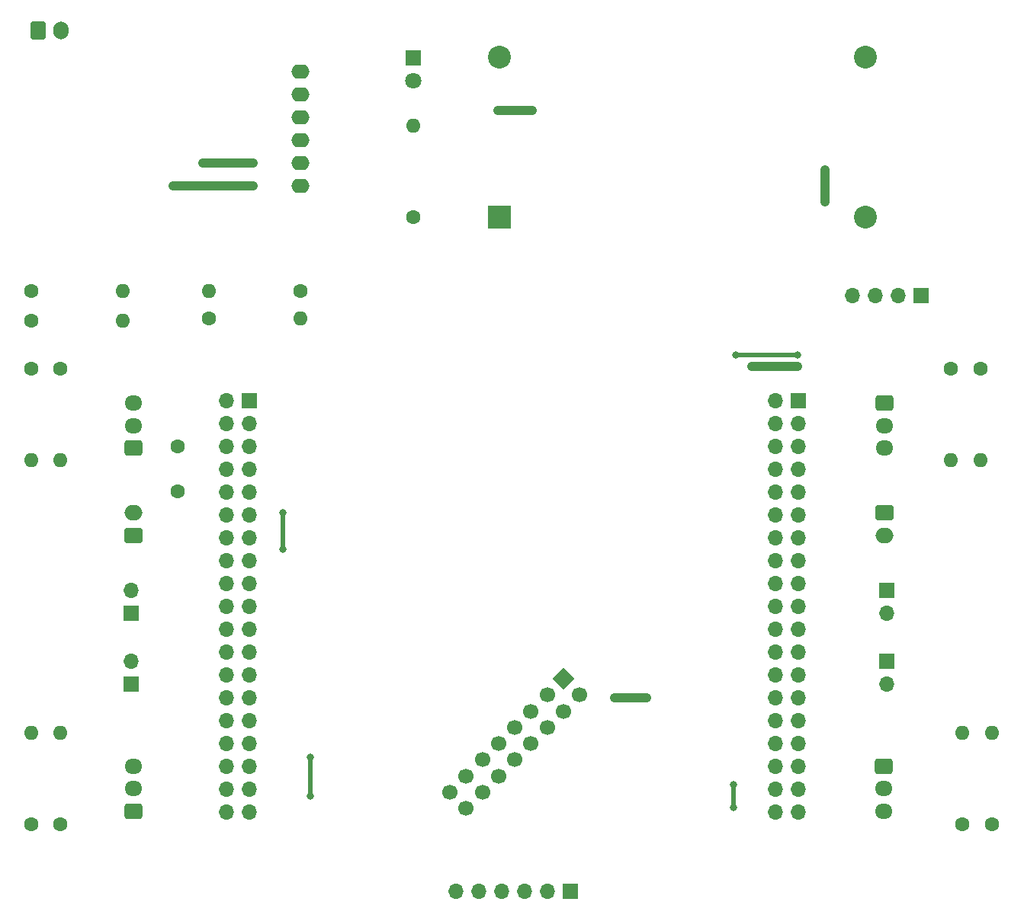
<source format=gbr>
%TF.GenerationSoftware,KiCad,Pcbnew,(6.0.10)*%
%TF.CreationDate,2023-11-27T14:58:48-03:00*%
%TF.ProjectId,ProyectoFinal_Invertido,50726f79-6563-4746-9f46-696e616c5f49,rev?*%
%TF.SameCoordinates,Original*%
%TF.FileFunction,Copper,L2,Bot*%
%TF.FilePolarity,Positive*%
%FSLAX46Y46*%
G04 Gerber Fmt 4.6, Leading zero omitted, Abs format (unit mm)*
G04 Created by KiCad (PCBNEW (6.0.10)) date 2023-11-27 14:58:48*
%MOMM*%
%LPD*%
G01*
G04 APERTURE LIST*
G04 Aperture macros list*
%AMRoundRect*
0 Rectangle with rounded corners*
0 $1 Rounding radius*
0 $2 $3 $4 $5 $6 $7 $8 $9 X,Y pos of 4 corners*
0 Add a 4 corners polygon primitive as box body*
4,1,4,$2,$3,$4,$5,$6,$7,$8,$9,$2,$3,0*
0 Add four circle primitives for the rounded corners*
1,1,$1+$1,$2,$3*
1,1,$1+$1,$4,$5*
1,1,$1+$1,$6,$7*
1,1,$1+$1,$8,$9*
0 Add four rect primitives between the rounded corners*
20,1,$1+$1,$2,$3,$4,$5,0*
20,1,$1+$1,$4,$5,$6,$7,0*
20,1,$1+$1,$6,$7,$8,$9,0*
20,1,$1+$1,$8,$9,$2,$3,0*%
%AMHorizOval*
0 Thick line with rounded ends*
0 $1 width*
0 $2 $3 position (X,Y) of the first rounded end (center of the circle)*
0 $4 $5 position (X,Y) of the second rounded end (center of the circle)*
0 Add line between two ends*
20,1,$1,$2,$3,$4,$5,0*
0 Add two circle primitives to create the rounded ends*
1,1,$1,$2,$3*
1,1,$1,$4,$5*%
%AMRotRect*
0 Rectangle, with rotation*
0 The origin of the aperture is its center*
0 $1 length*
0 $2 width*
0 $3 Rotation angle, in degrees counterclockwise*
0 Add horizontal line*
21,1,$1,$2,0,0,$3*%
G04 Aperture macros list end*
%TA.AperFunction,ComponentPad*%
%ADD10RotRect,1.700000X1.700000X315.000000*%
%TD*%
%TA.AperFunction,ComponentPad*%
%ADD11HorizOval,1.700000X0.000000X0.000000X0.000000X0.000000X0*%
%TD*%
%TA.AperFunction,ComponentPad*%
%ADD12R,1.700000X1.700000*%
%TD*%
%TA.AperFunction,ComponentPad*%
%ADD13O,1.700000X1.700000*%
%TD*%
%TA.AperFunction,ComponentPad*%
%ADD14C,1.600000*%
%TD*%
%TA.AperFunction,ComponentPad*%
%ADD15O,1.600000X1.600000*%
%TD*%
%TA.AperFunction,ComponentPad*%
%ADD16R,1.800000X1.800000*%
%TD*%
%TA.AperFunction,ComponentPad*%
%ADD17C,1.800000*%
%TD*%
%TA.AperFunction,ComponentPad*%
%ADD18RoundRect,0.250000X0.750000X-0.600000X0.750000X0.600000X-0.750000X0.600000X-0.750000X-0.600000X0*%
%TD*%
%TA.AperFunction,ComponentPad*%
%ADD19O,2.000000X1.700000*%
%TD*%
%TA.AperFunction,ComponentPad*%
%ADD20RoundRect,0.250000X-0.725000X0.600000X-0.725000X-0.600000X0.725000X-0.600000X0.725000X0.600000X0*%
%TD*%
%TA.AperFunction,ComponentPad*%
%ADD21O,1.950000X1.700000*%
%TD*%
%TA.AperFunction,ComponentPad*%
%ADD22RoundRect,0.250000X0.725000X-0.600000X0.725000X0.600000X-0.725000X0.600000X-0.725000X-0.600000X0*%
%TD*%
%TA.AperFunction,ComponentPad*%
%ADD23RoundRect,0.250000X-0.750000X0.600000X-0.750000X-0.600000X0.750000X-0.600000X0.750000X0.600000X0*%
%TD*%
%TA.AperFunction,ComponentPad*%
%ADD24RoundRect,0.250000X-0.600000X-0.750000X0.600000X-0.750000X0.600000X0.750000X-0.600000X0.750000X0*%
%TD*%
%TA.AperFunction,ComponentPad*%
%ADD25O,1.700000X2.000000*%
%TD*%
%TA.AperFunction,ComponentPad*%
%ADD26O,2.000000X1.600000*%
%TD*%
%TA.AperFunction,ComponentPad*%
%ADD27R,2.540000X2.540000*%
%TD*%
%TA.AperFunction,ComponentPad*%
%ADD28C,2.540000*%
%TD*%
%TA.AperFunction,ViaPad*%
%ADD29C,0.800000*%
%TD*%
%TA.AperFunction,Conductor*%
%ADD30C,1.000000*%
%TD*%
%TA.AperFunction,Conductor*%
%ADD31C,0.500000*%
%TD*%
G04 APERTURE END LIST*
D10*
%TO.P,J14,1,Pin_1*%
%TO.N,unconnected-(J14-Pad1)*%
X224541628Y-189665795D03*
D11*
%TO.P,J14,2,Pin_2*%
%TO.N,unconnected-(J14-Pad2)*%
X226337679Y-191461847D03*
%TO.P,J14,3,Pin_3*%
%TO.N,SPI_SCLK*%
X222745576Y-191461847D03*
%TO.P,J14,4,Pin_4*%
%TO.N,SPI_MISO*%
X224541628Y-193257898D03*
%TO.P,J14,5,Pin_5*%
%TO.N,SPI_MOSI*%
X220949525Y-193257898D03*
%TO.P,J14,6,Pin_6*%
%TO.N,GND*%
X222745576Y-195053949D03*
%TO.P,J14,7,Pin_7*%
%TO.N,unconnected-(J14-Pad7)*%
X219153474Y-195053949D03*
%TO.P,J14,8,Pin_8*%
%TO.N,unconnected-(J14-Pad8)*%
X220949525Y-196850000D03*
%TO.P,J14,9,Pin_9*%
%TO.N,unconnected-(J14-Pad9)*%
X217357423Y-196850000D03*
%TO.P,J14,10,Pin_10*%
%TO.N,+5V*%
X219153474Y-198646051D03*
%TO.P,J14,11,Pin_11*%
X215561372Y-198646051D03*
%TO.P,J14,12,Pin_12*%
%TO.N,GND*%
X217357423Y-200442103D03*
%TO.P,J14,13,Pin_13*%
X213765320Y-200442103D03*
%TO.P,J14,14,Pin_14*%
%TO.N,unconnected-(J14-Pad14)*%
X215561372Y-202238154D03*
%TO.P,J14,15,Pin_15*%
%TO.N,unconnected-(J14-Pad15)*%
X211969269Y-202238154D03*
%TO.P,J14,16,Pin_16*%
%TO.N,unconnected-(J14-Pad16)*%
X213765320Y-204034205D03*
%TD*%
D12*
%TO.P,J16,1,Pin_1*%
%TO.N,+3V3*%
X264298906Y-147041000D03*
D13*
%TO.P,J16,2,Pin_2*%
%TO.N,SWCLK*%
X261758906Y-147041000D03*
%TO.P,J16,3,Pin_3*%
%TO.N,GND*%
X259218906Y-147041000D03*
%TO.P,J16,4,Pin_4*%
%TO.N,SWDIO*%
X256678906Y-147041000D03*
%TD*%
D12*
%TO.P,J10,1,Pin_1*%
%TO.N,MOTOR4_PWMN*%
X260498906Y-187706000D03*
D13*
%TO.P,J10,2,Pin_2*%
%TO.N,MOTOR4_PWM*%
X260498906Y-190246000D03*
%TD*%
D12*
%TO.P,U3,1,PC10*%
%TO.N,MOTOR1_PWMN*%
X250664906Y-158750000D03*
D13*
%TO.P,U3,2,PC11*%
%TO.N,MOTOR1_ENCODER*%
X248124906Y-158750000D03*
%TO.P,U3,3,PC12*%
%TO.N,unconnected-(U3-Pad3)*%
X250664906Y-161290000D03*
%TO.P,U3,4,PD2*%
%TO.N,unconnected-(U3-Pad4)*%
X248124906Y-161290000D03*
%TO.P,U3,5,VDD*%
%TO.N,unconnected-(U3-Pad5)*%
X250664906Y-163830000D03*
%TO.P,U3,6,E5V*%
%TO.N,+5V*%
X248124906Y-163830000D03*
%TO.P,U3,7,BOOT0*%
%TO.N,unconnected-(U3-Pad7)*%
X250664906Y-166370000D03*
%TO.P,U3,8,GND*%
%TO.N,unconnected-(U3-Pad8)*%
X248124906Y-166370000D03*
%TO.P,U3,9,NC*%
%TO.N,unconnected-(U3-Pad9)*%
X250664906Y-168910000D03*
%TO.P,U3,10,NC*%
%TO.N,unconnected-(U3-Pad10)*%
X248124906Y-168910000D03*
%TO.P,U3,11,NC*%
%TO.N,unconnected-(U3-Pad11)*%
X250664906Y-171450000D03*
%TO.P,U3,12,IOREF*%
%TO.N,unconnected-(U3-Pad12)*%
X248124906Y-171450000D03*
%TO.P,U3,13,PA13*%
%TO.N,SWDIO*%
X250664906Y-173990000D03*
%TO.P,U3,14,RESET*%
%TO.N,unconnected-(U3-Pad14)*%
X248124906Y-173990000D03*
%TO.P,U3,15,PA14*%
%TO.N,SWCLK*%
X250664906Y-176530000D03*
%TO.P,U3,16,+3V3*%
%TO.N,+3V3*%
X248124906Y-176530000D03*
%TO.P,U3,17,PA15*%
%TO.N,MOTOR1_PWM*%
X250664906Y-179070000D03*
%TO.P,U3,18,+5V*%
%TO.N,+5V*%
X248124906Y-179070000D03*
%TO.P,U3,19,GND*%
%TO.N,GND*%
X250664906Y-181610000D03*
%TO.P,U3,20,GND*%
X248124906Y-181610000D03*
%TO.P,U3,21,PB7*%
%TO.N,unconnected-(U3-Pad21)*%
X250664906Y-184150000D03*
%TO.P,U3,22,GND*%
%TO.N,GND*%
X248124906Y-184150000D03*
%TO.P,U3,23,PC13*%
%TO.N,unconnected-(U3-Pad23)*%
X250664906Y-186690000D03*
%TO.P,U3,24,VIN*%
%TO.N,unconnected-(U3-Pad24)*%
X248124906Y-186690000D03*
%TO.P,U3,25,PC14*%
%TO.N,unconnected-(U3-Pad25)*%
X250664906Y-189230000D03*
%TO.P,U3,26,NC*%
%TO.N,unconnected-(U3-Pad26)*%
X248124906Y-189230000D03*
%TO.P,U3,27,PC15*%
%TO.N,MOTOR4_ENCODER*%
X250664906Y-191770000D03*
%TO.P,U3,28,PA0*%
%TO.N,unconnected-(U3-Pad28)*%
X248124906Y-191770000D03*
%TO.P,U3,29,PF0*%
%TO.N,unconnected-(U3-Pad29)*%
X250664906Y-194310000D03*
%TO.P,U3,30,PA1*%
%TO.N,MOTOR3_PWMN*%
X248124906Y-194310000D03*
%TO.P,U3,31,PF1*%
%TO.N,unconnected-(U3-Pad31)*%
X250664906Y-196850000D03*
%TO.P,U3,32,PA4*%
%TO.N,unconnected-(U3-Pad32)*%
X248124906Y-196850000D03*
%TO.P,U3,33,VBAT*%
%TO.N,unconnected-(U3-Pad33)*%
X250664906Y-199390000D03*
%TO.P,U3,34,PB0*%
%TO.N,unconnected-(U3-Pad34)*%
X248124906Y-199390000D03*
%TO.P,U3,35,PC2*%
%TO.N,unconnected-(U3-Pad35)*%
X250664906Y-201930000D03*
%TO.P,U3,36,PC1*%
%TO.N,unconnected-(U3-Pad36)*%
X248124906Y-201930000D03*
%TO.P,U3,37,PC3*%
%TO.N,unconnected-(U3-Pad37)*%
X250664906Y-204470000D03*
%TO.P,U3,38,PC0*%
%TO.N,MOTOR4_PWM*%
X248124906Y-204470000D03*
D12*
%TO.P,U3,39,PC9*%
%TO.N,unconnected-(U3-Pad39)*%
X189704906Y-158750000D03*
D13*
%TO.P,U3,40,PC8*%
%TO.N,MOTOR2_ENCODER*%
X187164906Y-158750000D03*
%TO.P,U3,41,PB8*%
%TO.N,I2C_SCL*%
X189704906Y-161290000D03*
%TO.P,U3,42,PC6*%
%TO.N,MOTOR3_ENCODER*%
X187164906Y-161290000D03*
%TO.P,U3,43,PB9*%
%TO.N,I2C_SDA*%
X189704906Y-163830000D03*
%TO.P,U3,44,PC5*%
%TO.N,Vbat*%
X187164906Y-163830000D03*
%TO.P,U3,45,AVDD*%
%TO.N,unconnected-(U3-Pad45)*%
X189704906Y-166370000D03*
%TO.P,U3,46,U5V*%
%TO.N,unconnected-(U3-Pad46)*%
X187164906Y-166370000D03*
%TO.P,U3,47,GND*%
%TO.N,GND*%
X189704906Y-168910000D03*
%TO.P,U3,48,NC*%
%TO.N,unconnected-(U3-Pad48)*%
X187164906Y-168910000D03*
%TO.P,U3,49,PA5*%
%TO.N,SPI_SCLK*%
X189704906Y-171450000D03*
%TO.P,U3,50,PA12*%
%TO.N,MOTOR2_PWM*%
X187164906Y-171450000D03*
%TO.P,U3,51,PA6*%
%TO.N,SPI_MISO*%
X189704906Y-173990000D03*
%TO.P,U3,52,PA11*%
%TO.N,unconnected-(U3-Pad52)*%
X187164906Y-173990000D03*
%TO.P,U3,53,PA7*%
%TO.N,SPI_MOSI*%
X189704906Y-176530000D03*
%TO.P,U3,54,PB12*%
%TO.N,unconnected-(U3-Pad54)*%
X187164906Y-176530000D03*
%TO.P,U3,55,PB6*%
%TO.N,MOTOR2_PWMN*%
X189704906Y-179070000D03*
%TO.P,U3,56,PB11*%
%TO.N,unconnected-(U3-Pad56)*%
X187164906Y-179070000D03*
%TO.P,U3,57,PC7*%
%TO.N,unconnected-(U3-Pad57)*%
X189704906Y-181610000D03*
%TO.P,U3,58,GND*%
%TO.N,unconnected-(U3-Pad58)*%
X187164906Y-181610000D03*
%TO.P,U3,59,PA9*%
%TO.N,unconnected-(U3-Pad59)*%
X189704906Y-184150000D03*
%TO.P,U3,60,PB2*%
%TO.N,unconnected-(U3-Pad60)*%
X187164906Y-184150000D03*
%TO.P,U3,61,PA8*%
%TO.N,unconnected-(U3-Pad61)*%
X189704906Y-186690000D03*
%TO.P,U3,62,PB1*%
%TO.N,unconnected-(U3-Pad62)*%
X187164906Y-186690000D03*
%TO.P,U3,63,PB10*%
%TO.N,unconnected-(U3-Pad63)*%
X189704906Y-189230000D03*
%TO.P,U3,64,PB15*%
%TO.N,unconnected-(U3-Pad64)*%
X187164906Y-189230000D03*
%TO.P,U3,65,PB4*%
%TO.N,unconnected-(U3-Pad65)*%
X189704906Y-191770000D03*
%TO.P,U3,66,PB14*%
%TO.N,MOTOR3_PWM*%
X187164906Y-191770000D03*
%TO.P,U3,67,PB5*%
%TO.N,unconnected-(U3-Pad67)*%
X189704906Y-194310000D03*
%TO.P,U3,68,PB13*%
%TO.N,MOTOR4_PWMN*%
X187164906Y-194310000D03*
%TO.P,U3,69,PB3*%
%TO.N,unconnected-(U3-Pad69)*%
X189704906Y-196850000D03*
%TO.P,U3,70,AGND*%
%TO.N,unconnected-(U3-Pad70)*%
X187164906Y-196850000D03*
%TO.P,U3,71,PA10*%
%TO.N,UART_RX*%
X189704906Y-199390000D03*
%TO.P,U3,72,PC4*%
%TO.N,UART_TX*%
X187164906Y-199390000D03*
%TO.P,U3,73,PA2*%
%TO.N,unconnected-(U3-Pad73)*%
X189704906Y-201930000D03*
%TO.P,U3,74,NC*%
%TO.N,unconnected-(U3-Pad74)*%
X187164906Y-201930000D03*
%TO.P,U3,75,PA3*%
%TO.N,unconnected-(U3-Pad75)*%
X189704906Y-204470000D03*
%TO.P,U3,76,NC*%
%TO.N,unconnected-(U3-Pad76)*%
X187164906Y-204470000D03*
%TD*%
D14*
%TO.P,R11,1*%
%TO.N,Vbat*%
X185227706Y-149606000D03*
D15*
%TO.P,R11,2*%
%TO.N,GND*%
X195387706Y-149606000D03*
%TD*%
D16*
%TO.P,D1,1,K*%
%TO.N,GND*%
X207906906Y-120645000D03*
D17*
%TO.P,D1,2,A*%
%TO.N,Net-(D1-Pad2)*%
X207906906Y-123185000D03*
%TD*%
D14*
%TO.P,R12,1*%
%TO.N,+5V*%
X165502906Y-149860000D03*
D15*
%TO.P,R12,2*%
%TO.N,I2C_SCL*%
X175662906Y-149860000D03*
%TD*%
D12*
%TO.P,J9,1,Pin_1*%
%TO.N,MOTOR3_PWMN*%
X176551906Y-190256000D03*
D13*
%TO.P,J9,2,Pin_2*%
%TO.N,MOTOR3_PWM*%
X176551906Y-187716000D03*
%TD*%
D14*
%TO.P,C1,1*%
%TO.N,Vbat*%
X181718906Y-163830000D03*
%TO.P,C1,2*%
%TO.N,GND*%
X181718906Y-168830000D03*
%TD*%
D18*
%TO.P,J4,1,Pin_1*%
%TO.N,+12V*%
X176851906Y-173716000D03*
D19*
%TO.P,J4,2,Pin_2*%
%TO.N,GND*%
X176851906Y-171216000D03*
%TD*%
D20*
%TO.P,J6,1,Pin_1*%
%TO.N,MOTOR4_ENCODER*%
X260152906Y-199343000D03*
D21*
%TO.P,J6,2,Pin_2*%
%TO.N,GND*%
X260152906Y-201843000D03*
%TO.P,J6,3,Pin_3*%
%TO.N,Net-(J6-Pad3)*%
X260152906Y-204343000D03*
%TD*%
D12*
%TO.P,J8,1,Pin_1*%
%TO.N,MOTOR2_PWMN*%
X176551906Y-182377000D03*
D13*
%TO.P,J8,2,Pin_2*%
%TO.N,MOTOR2_PWM*%
X176551906Y-179837000D03*
%TD*%
D14*
%TO.P,R5,1*%
%TO.N,+5V*%
X168652506Y-155194000D03*
D15*
%TO.P,R5,2*%
%TO.N,MOTOR2_ENCODER*%
X168652506Y-165354000D03*
%TD*%
D14*
%TO.P,R7,1*%
%TO.N,+5V*%
X165502906Y-155194000D03*
D15*
%TO.P,R7,2*%
%TO.N,Net-(J5-Pad3)*%
X165502906Y-165354000D03*
%TD*%
D14*
%TO.P,R3,1*%
%TO.N,+5V*%
X267610906Y-155194000D03*
D15*
%TO.P,R3,2*%
%TO.N,Net-(J2-Pad3)*%
X267610906Y-165354000D03*
%TD*%
D14*
%TO.P,R4,1*%
%TO.N,+5V*%
X168652506Y-205807000D03*
D15*
%TO.P,R4,2*%
%TO.N,Net-(J3-Pad3)*%
X168652506Y-195647000D03*
%TD*%
D14*
%TO.P,R8,1*%
%TO.N,+5V*%
X272182906Y-205807000D03*
D15*
%TO.P,R8,2*%
%TO.N,Net-(J6-Pad3)*%
X272182906Y-195647000D03*
%TD*%
D14*
%TO.P,R1,1*%
%TO.N,+5V*%
X270912906Y-155194000D03*
D15*
%TO.P,R1,2*%
%TO.N,MOTOR1_ENCODER*%
X270912906Y-165354000D03*
%TD*%
D14*
%TO.P,R10,1*%
%TO.N,Net-(R10-Pad1)*%
X195387706Y-146558000D03*
D15*
%TO.P,R10,2*%
%TO.N,Vbat*%
X185227706Y-146558000D03*
%TD*%
D22*
%TO.P,J3,1,Pin_1*%
%TO.N,MOTOR3_ENCODER*%
X176851906Y-204343000D03*
D21*
%TO.P,J3,2,Pin_2*%
%TO.N,GND*%
X176851906Y-201843000D03*
%TO.P,J3,3,Pin_3*%
%TO.N,Net-(J3-Pad3)*%
X176851906Y-199343000D03*
%TD*%
D14*
%TO.P,R13,1*%
%TO.N,+5V*%
X165502906Y-146558000D03*
D15*
%TO.P,R13,2*%
%TO.N,I2C_SDA*%
X175662906Y-146558000D03*
%TD*%
D23*
%TO.P,J1,1,Pin_1*%
%TO.N,GND*%
X260198906Y-171216000D03*
D19*
%TO.P,J1,2,Pin_2*%
%TO.N,+12V*%
X260198906Y-173716000D03*
%TD*%
D24*
%TO.P,J12,1,Pin_1*%
%TO.N,Net-(J12-Pad1)*%
X166264906Y-117602000D03*
D25*
%TO.P,J12,2,Pin_2*%
%TO.N,GND*%
X168764906Y-117602000D03*
%TD*%
D26*
%TO.P,U1,1,Vcc*%
%TO.N,+5V*%
X195387706Y-122174000D03*
%TO.P,U1,2,GND*%
%TO.N,GND*%
X195387706Y-124714000D03*
%TO.P,U1,3,SCL*%
%TO.N,I2C_SCL*%
X195387706Y-127254000D03*
%TO.P,U1,4,SDA*%
%TO.N,I2C_SDA*%
X195387706Y-129794000D03*
%TO.P,U1,5,Vin-*%
%TO.N,+12V*%
X195387706Y-132334000D03*
%TO.P,U1,6,Vin+*%
%TO.N,Net-(R10-Pad1)*%
X195387706Y-134874000D03*
%TD*%
D22*
%TO.P,J5,1,Pin_1*%
%TO.N,MOTOR2_ENCODER*%
X176851906Y-164024000D03*
D21*
%TO.P,J5,2,Pin_2*%
%TO.N,GND*%
X176851906Y-161524000D03*
%TO.P,J5,3,Pin_3*%
%TO.N,Net-(J5-Pad3)*%
X176851906Y-159024000D03*
%TD*%
D14*
%TO.P,R9,1*%
%TO.N,+12V*%
X207906906Y-138319200D03*
D15*
%TO.P,R9,2*%
%TO.N,Net-(D1-Pad2)*%
X207906906Y-128159200D03*
%TD*%
D12*
%TO.P,J15,1,Pin_1*%
%TO.N,GND*%
X225317811Y-213278000D03*
D13*
%TO.P,J15,2,Pin_2*%
%TO.N,unconnected-(J15-Pad2)*%
X222777811Y-213278000D03*
%TO.P,J15,3,Pin_3*%
%TO.N,unconnected-(J15-Pad3)*%
X220237811Y-213278000D03*
%TO.P,J15,4,Pin_4*%
%TO.N,UART_TX*%
X217697811Y-213278000D03*
%TO.P,J15,5,Pin_5*%
%TO.N,UART_RX*%
X215157811Y-213278000D03*
%TO.P,J15,6,Pin_6*%
%TO.N,unconnected-(J15-Pad6)*%
X212617811Y-213278000D03*
%TD*%
D14*
%TO.P,R2,1*%
%TO.N,+5V*%
X165502906Y-205807000D03*
D15*
%TO.P,R2,2*%
%TO.N,MOTOR3_ENCODER*%
X165502906Y-195647000D03*
%TD*%
D12*
%TO.P,J7,1,Pin_1*%
%TO.N,MOTOR1_PWMN*%
X260452906Y-179827000D03*
D13*
%TO.P,J7,2,Pin_2*%
%TO.N,MOTOR1_PWM*%
X260452906Y-182367000D03*
%TD*%
D27*
%TO.P,U2,1,IN+*%
%TO.N,+12V*%
X217431906Y-138319200D03*
D28*
%TO.P,U2,2,IN-*%
%TO.N,GND*%
X217431906Y-120539200D03*
%TO.P,U2,3,OUT+*%
%TO.N,+5V*%
X258071906Y-138319200D03*
%TO.P,U2,4,OUT-*%
%TO.N,GND*%
X258071906Y-120539200D03*
%TD*%
D14*
%TO.P,R6,1*%
%TO.N,+5V*%
X268880906Y-205807000D03*
D15*
%TO.P,R6,2*%
%TO.N,MOTOR4_ENCODER*%
X268880906Y-195647000D03*
%TD*%
D20*
%TO.P,J2,1,Pin_1*%
%TO.N,MOTOR1_ENCODER*%
X260198906Y-159024000D03*
D21*
%TO.P,J2,2,Pin_2*%
%TO.N,GND*%
X260198906Y-161524000D03*
%TO.P,J2,3,Pin_3*%
%TO.N,Net-(J2-Pad3)*%
X260198906Y-164024000D03*
%TD*%
D29*
%TO.N,GND*%
X245512906Y-154940000D03*
X233828906Y-191770000D03*
X230272906Y-191770000D03*
X250592906Y-154940000D03*
%TO.N,+12V*%
X190140906Y-132334000D03*
X184552906Y-132334000D03*
%TO.N,MOTOR2_PWMN*%
X196490906Y-198340500D03*
X196490906Y-202692000D03*
%TO.N,MOTOR3_PWMN*%
X243480906Y-201422000D03*
X243480906Y-203962000D03*
%TO.N,+5V*%
X253640906Y-136652000D03*
X217318906Y-126492000D03*
X253640906Y-133096000D03*
X221128906Y-126492000D03*
%TO.N,SPI_SCLK*%
X193442906Y-175260000D03*
X193442906Y-171196000D03*
%TO.N,Net-(R10-Pad1)*%
X181250906Y-134874000D03*
X190140906Y-134874000D03*
%TO.N,+3V3*%
X243734906Y-153670000D03*
X250592906Y-153670000D03*
%TD*%
D30*
%TO.N,GND*%
X250592906Y-154940000D02*
X245512906Y-154940000D01*
X233828906Y-191770000D02*
X230272906Y-191770000D01*
%TO.N,+12V*%
X184552906Y-132334000D02*
X190140906Y-132334000D01*
D31*
%TO.N,MOTOR2_PWMN*%
X196490906Y-202692000D02*
X196490906Y-198340500D01*
%TO.N,MOTOR3_PWMN*%
X243480906Y-201422000D02*
X243480906Y-203962000D01*
D30*
%TO.N,+5V*%
X221128906Y-126492000D02*
X217318906Y-126492000D01*
X253640906Y-136652000D02*
X253640906Y-133096000D01*
D31*
%TO.N,SPI_SCLK*%
X193442906Y-175260000D02*
X193442906Y-171196000D01*
D30*
%TO.N,Net-(R10-Pad1)*%
X181250906Y-134874000D02*
X190140906Y-134874000D01*
D31*
%TO.N,+3V3*%
X243734906Y-153670000D02*
X250592906Y-153670000D01*
%TD*%
M02*

</source>
